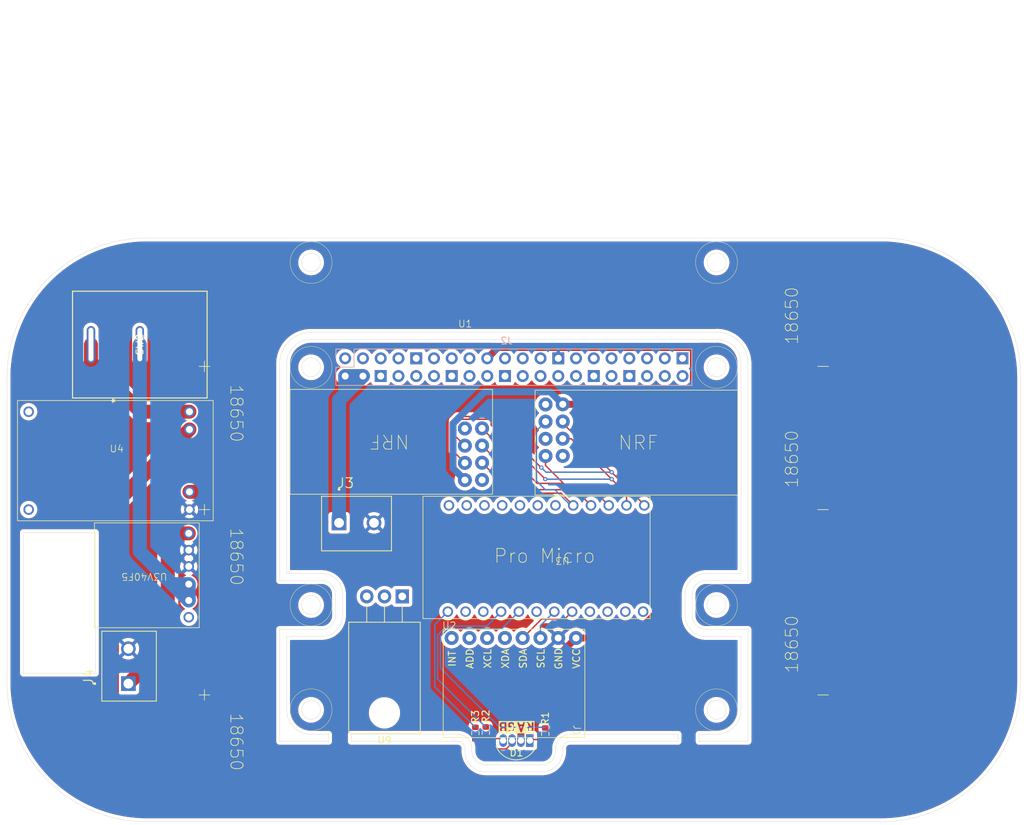
<source format=kicad_pcb>
(kicad_pcb (version 20240108) (generator "pcbnew") (generator_version "8.0")
  (layers (0 "F.Cu" signal) (31 "B.Cu" signal) (34 "B.Paste" user) (35 "F.Paste" user) (36 "B.SilkS" user "B.Silkscreen") (37 "F.SilkS" user "F.Silkscreen") (38 "B.Mask" user) (39 "F.Mask" user) (44 "Edge.Cuts" user))
  (net 0 "")
  (net 1 "Net-(D1-GK)")
  (net 2 "+3.3V")
  (net 3 "/B+")
  (net 4 "GND")
  (net 5 "Net-(D1-RK)")
  (net 6 "/B-")
  (net 7 "Net-(D1-BK)")
  (net 9 "LED_R")
  (net 10 "LED_G")
  (net 11 "LED_B")
  (net 14 "5V regulated")
  (net 17 "MISO")
  (net 26 "MOSI")
  (net 30 "SCK")
  (net 31 "SDA")
  (net 32 "CE")
  (net 33 "SCL")
  (net 34 "CSN")
  (net 42 "GND2")
  (net 79 "Net-(U4-OUT+)")
  (net 80 "Net-(SW2-Pad2)")
  (footprint "Resistor_SMD:R_0603_1608Metric" (layer "F.Cu") (at 143.04 126.96 90)
    (property "Reference" "R1" (at 2.175 0 90) (layer "F.SilkS"))
    (property "Value" "220")
    (fp_line (start -0.237258 -0.5225) (end 0.237258 -0.5225) (stroke (width 0.12)) (layer "F.SilkS"))
    (fp_line (start -0.237258 0.5225) (end 0.237258 0.5225) (stroke (width 0.12)) (layer "F.SilkS"))
    (pad "1" smd roundrect (at -0.825 0 90) (size 0.8 0.95) (layers "F.Cu" "F.Paste" "F.Mask") (net 5 "Net-(D1-RK)"))
    (pad "2" smd roundrect (at 0.825 0 90) (size 0.8 0.95) (layers "F.Cu" "F.Paste" "F.Mask") (net 9 "LED_R"))
  )
  (footprint "Package_TO_SOT_THT:TO-220-3_Horizontal_TabDown" (layer "F.Cu") (at 122.58 107.305 180)
    (property "Reference" "U9" (at 2.54 -20.58 360) (layer "F.SilkS"))
    (property "Value" "LM317_TO-220")
    (fp_line (start 7.66 -19.58) (end 7.66 -3.69) (stroke (width 0.12)) (layer "F.SilkS"))
    (fp_line (start 5.08 -3.69) (end 5.08 -1.15) (stroke (width 0.12)) (layer "F.SilkS"))
    (fp_line (start 2.54 -3.69) (end 2.54 -1.15) (stroke (width 0.12)) (layer "F.SilkS"))
    (fp_line (start 0 -3.69) (end 0 -1.15) (stroke (width 0.12)) (layer "F.SilkS"))
    (fp_line (start -2.58 -3.69) (end 7.66 -3.69) (stroke (width 0.12)) (layer "F.SilkS"))
    (fp_line (start -2.58 -19.58) (end 7.66 -19.58) (stroke (width 0.12)) (layer "F.SilkS"))
    (fp_line (start -2.58 -19.58) (end -2.58 -3.69) (stroke (width 0.12)) (layer "F.SilkS"))
    (pad "" np_thru_hole oval (at 2.54 -16.66 180) (size 3.5 3.5) (drill 3.5) (layers "*.Cu" "*.Mask"))
    (pad "1" thru_hole rect (at 0 0 180) (size 1.905 2) (drill 1.1) (layers "*.Cu" "*.Mask"))
    (pad "2" thru_hole oval (at 2.54 0 180) (size 1.905 2) (drill 1.1) (layers "*.Cu" "*.Mask"))
    (pad "3" thru_hole oval (at 5.08 0 180) (size 1.905 2) (drill 1.1) (layers "*.Cu" "*.Mask"))
  )
  (footprint "Strings_Custom_Symbols:Pro Micro" (layer "F.Cu") (at 117.04 138.485 90)
    (property "Reference" "U2" (at 27 12.26 0) (layer "F.SilkS") (effects (font (thickness 0.1))))
    (property "Value" "~")
    (fp_rect (start 28 8.5) (end 45.5 41) (stroke (width 0.1)) (fill none) (layer "F.SilkS"))
    (fp_text user "Pro Micro" (at 35.8 18.55 0) (layer "F.SilkS") (effects (font (size 2 2) (thickness 0.1)) (justify left bottom)))
    (pad "1" thru_hole circle (at 29 40 90) (size 1.5 1.5) (drill 1) (layers "*.Cu" "*.Mask"))
    (pad "2" thru_hole circle (at 29 37.46 90) (size 1.5 1.5) (drill 1) (layers "*.Cu" "*.Mask"))
    (pad "3" thru_hole circle (at 29 34.92 90) (size 1.5 1.5) (drill 1) (layers "*.Cu" "*.Mask"))
    (pad "4" thru_hole circle (at 29 32.38 90) (size 1.5 1.5) (drill 1) (layers "*.Cu" "*.Mask"))
    (pad "5" thru_hole circle (at 29 29.84 90) (size 1.5 1.5) (drill 1) (layers "*.Cu" "*.Mask") (net 31 "SDA"))
    (pad "6" thru_hole circle (at 29 27.3 90) (size 1.5 1.5) (drill 1) (layers "*.Cu" "*.Mask") (net 33 "SCL"))
    (pad "7" thru_hole circle (at 29 24.76 90) (size 1.5 1.5) (drill 1) (layers "*.Cu" "*.Mask"))
    (pad "8" thru_hole circle (at 29 22.22 90) (size 1.5 1.5) (drill 1) (layers "*.Cu" "*.Mask") (net 9 "LED_R"))
    (pad "9" thru_hole circle (at 29 19.68 90) (size 1.5 1.5) (drill 1) (layers "*.Cu" "*.Mask") (net 10 "LED_G"))
    (pad "10" thru_hole circle (at 29 17.14 90) (size 1.5 1.5) (drill 1) (layers "*.Cu" "*.Mask"))
    (pad "11" thru_hole circle (at 29 14.6 90) (size 1.5 1.5) (drill 1) (layers "*.Cu" "*.Mask"))
    (pad "12" thru_hole circle (at 29 12.06 90) (size 1.5 1.5) (drill 1) (layers "*.Cu" "*.Mask") (net 11 "LED_B"))
    (pad "13" thru_hole circle (at 44.2 12.22 90) (size 1.5 1.5) (drill 1) (layers "*.Cu" "*.Mask"))
    (pad "14" thru_hole circle (at 44.2 14.76 90) (size 1.5 1.5) (drill 1) (layers "*.Cu" "*.Mask"))
    (pad "15" thru_hole circle (at 44.2 17.3 90) (size 1.5 1.5) (drill 1) (layers "*.Cu" "*.Mask"))
    (pad "16" thru_hole circle (at 44.2 19.84 90) (size 1.5 1.5) (drill 1) (layers "*.Cu" "*.Mask") (net 14 "5V regulated"))
    (pad "17" thru_hole circle (at 44.2 22.38 90) (size 1.5 1.5) (drill 1) (layers "*.Cu" "*.Mask"))
    (pad "18" thru_hole circle (at 44.2 24.92 90) (size 1.5 1.5) (drill 1) (layers "*.Cu" "*.Mask"))
    (pad "19" thru_hole circle (at 44.2 27.46 90) (size 1.5 1.5) (drill 1) (layers "*.Cu" "*.Mask"))
    (pad "20" thru_hole circle (at 44.2 30 90) (size 1.5 1.5) (drill 1) (layers "*.Cu" "*.Mask") (net 32 "CE"))
    (pad "21" thru_hole circle (at 44.2 32.54 90) (size 1.5 1.5) (drill 1) (layers "*.Cu" "*.Mask") (net 30 "SCK"))
    (pad "22" thru_hole circle (at 44.2 35.08 90) (size 1.5 1.5) (drill 1) (layers "*.Cu" "*.Mask") (net 17 "MISO"))
    (pad "23" thru_hole circle (at 44.2 37.62 90) (size 1.5 1.5) (drill 1) (layers "*.Cu" "*.Mask") (net 26 "MOSI"))
    (pad "24" thru_hole circle (at 44.2 40.16 90) (size 1.5 1.5) (drill 1) (layers "*.Cu" "*.Mask") (net 34 "CSN"))
  )
  (footprint "Strings_Custom_Symbols:MPU6050" (layer "F.Cu") (at 138.568857 112.003425 -90)
    (property "Reference" "J1" (at 14.5 -9 -90) (layer "F.SilkS") (effects (font (thickness 0.1))))
    (property "Value" "MPU6050")
    (fp_rect (start 0 -10.125) (end 15.5 10.125) (stroke (width 0.1)) (fill none) (layer "F.SilkS"))
    (fp_text user "SDA" (at 4.21 -1.31 90) (layer "F.SilkS"))
    (fp_text user "SCL" (at 4.21 -3.85 90) (layer "F.SilkS"))
    (fp_text user "INT" (at 4.21 8.85 90) (layer "F.SilkS"))
    (fp_text user "ADD" (at 4.21 6.31 90) (layer "F.SilkS"))
    (fp_text user "GND" (at 4.21 -6.39 90) (layer "F.SilkS"))
    (fp_text user "XCL" (at 4.21 3.77 90) (layer "F.SilkS"))
    (fp_text user "XDA" (at 4.21 1.23 90) (layer "F.SilkS"))
    (fp_text user "VCC" (at 4.21 -8.93 90) (layer "F.SilkS"))
    (pad "1" thru_hole circle (at 1.25 -8.86 90) (size 2 2) (drill 1) (layers "*.Cu" "*.Mask") (net 2 "+3.3V"))
    (pad "2" thru_hole circle (at 1.25 -6.32 90) (size 2 2) (drill 1) (layers "*.Cu" "*.Mask") (net 4 "GND"))
    (pad "3" thru_hole circle (at 1.25 -3.78 90) (size 2 2) (drill 1) (layers "*.Cu" "*.Mask") (net 33 "SCL"))
    (pad "4" thru_hole circle (at 1.25 -1.24 90) (size 2 2) (drill 1) (layers "*.Cu" "*.Mask") (net 31 "SDA"))
    (pad "5" thru_hole circle (at 1.25 1.3 90) (size 2 2) (drill 1) (layers "*.Cu" "*.Mask"))
    (pad "6" thru_hole circle (at 1.25 3.84 90) (size 2 2) (drill 1) (layers "*.Cu" "*.Mask"))
    (pad "7" thru_hole circle (at 1.25 6.38 90) (size 2 2) (drill 1) (layers "*.Cu" "*.Mask"))
    (pad "8" thru_hole circle (at 1.25 8.92 90) (size 2 2) (drill 1) (layers "*.Cu" "*.Mask"))
  )
  (footprint "Resistor_SMD:R_0603_1608Metric" (layer "F.Cu") (at 134.54 126.81 90)
    (property "Reference" "R2" (at 2.325 0 90) (layer "F.SilkS"))
    (property "Value" "220")
    (fp_line (start -0.237258 -0.5225) (end 0.237258 -0.5225) (stroke (width 0.12)) (layer "F.SilkS"))
    (fp_line (start -0.237258 0.5225) (end 0.237258 0.5225) (stroke (width 0.12)) (layer "F.SilkS"))
    (pad "1" smd roundrect (at -0.825 0 90) (size 0.8 0.95) (layers "F.Cu" "F.Paste" "F.Mask") (net 1 "Net-(D1-GK)"))
    (pad "2" smd roundrect (at 0.825 0 90) (size 0.8 0.95) (layers "F.Cu" "F.Paste" "F.Mask") (net 10 "LED_G"))
  )
  (footprint "Strings_Custom_Symbols:CUI_TB003-500-P02BE" (layer "F.Cu") (at 113.54 96.785)
    (property "Reference" "J3" (at 0.945 -5.689 0) (layer "F.SilkS") (effects (font (size 1.4 1.4))))
    (property "Value" "Screw_Terminal_01x02")
    (fp_line (start -2.5 -3.8) (end 7.5 -3.8) (stroke (width 0.127)) (layer "F.SilkS"))
    (fp_line (start -2.5 4) (end -2.5 -3.8) (stroke (width 0.127)) (layer "F.SilkS"))
    (fp_line (start 7.5 -3.8) (end 7.5 4) (stroke (width 0.127)) (layer "F.SilkS"))
    (fp_line (start 7.5 4) (end -2.5 4) (stroke (width 0.127)) (layer "F.SilkS"))
    (fp_circle (center 0 -4.8) (end 0.1 -4.8) (stroke (width 0.2)) (fill none) (layer "F.SilkS"))
    (pad "1" thru_hole rect (at 0 0) (size 2.1 2.1) (drill 1.4) (layers "*.Cu" "*.Mask") (net 14 "5V regulated"))
    (pad "2" thru_hole circle (at 5 0) (size 2.1 2.1) (drill 1.4) (layers "*.Cu" "*.Mask") (net 4 "GND"))
  )
  (footprint "Strings_Custom_Symbols:18650SMD" (layer "F.Cu") (at 176.84 136.885 180)
    (property "Reference" "U8" (hide yes))
    (property "Value" "~" (hide yes))
    (fp_text user "+" (at 81.25 16.5 180) (layer "F.SilkS") (effects (font (size 2 2) (thickness 0.1)) (justify left bottom)))
    (fp_text user "18650 " (at 79 13 -90) (layer "F.SilkS") (effects (font (size 1.75 1.75) (thickness 0.1)) (justify left bottom)))
    (fp_text user "18650 " (at -2.5 18.5 90) (layer "F.SilkS") (effects (font (size 1.75 1.75) (thickness 0.1)) (justify left bottom)))
    (fp_text user "-" (at -7.25 16.5 180) (layer "F.SilkS") (effects (font (size 2 2) (thickness 0.1)) (justify left bottom)))
    (pad "1" smd custom (at -2.2 15.6 180) (size 5 5) (layers "*.Mask" "F.Cu" "F.Paste") (net 3 "/B+") (options (clearance outline) (anchor rect)) (primitives))
    (pad "2" smd custom (at 78.8 15.6 180) (size 5 5) (layers "*.Mask" "F.Cu" "F.Paste") (net 6 "/B-") (options (clearance outline) (anchor rect)) (primitives))
  )
  (footprint "Strings_Custom_Symbols:CUI_TB003-500-P02BE" (layer "F.Cu") (at 83.4025 119.785 90)
    (property "Reference" "J4" (at 0.945 -5.689 90) (layer "F.SilkS") (effects (font (size 1.4 1.4))))
    (property "Value" "Screw_Terminal_01x02")
    (fp_line (start 7.5 -3.8) (end 7.5 4) (stroke (width 0.127)) (layer "F.SilkS"))
    (fp_line (start -2.5 -3.8) (end 7.5 -3.8) (stroke (width 0.127)) (layer "F.SilkS"))
    (fp_line (start 7.5 4) (end -2.5 4) (stroke (width 0.127)) (layer "F.SilkS"))
    (fp_line (start -2.5 4) (end -2.5 -3.8) (stroke (width 0.127)) (layer "F.SilkS"))
    (fp_circle (center 0 -4.8) (end 0.1 -4.8) (stroke (width 0.2)) (fill none) (layer "F.SilkS"))
    (pad "1" thru_hole rect (at 0 0 90) (size 2.1 2.1) (drill 1.4) (layers "*.Cu" "*.Mask") (net 14 "5V regulated"))
    (pad "2" thru_hole circle (at 5 0 90) (size 2.1 2.1) (drill 1.4) (layers "*.Cu" "*.Mask") (net 4 "GND"))
  )
  (footprint "Strings_Custom_Symbols:18650SMD" (layer "F.Cu") (at 176.84 89.885 180)
    (property "Reference" "U6" (hide yes))
    (property "Value" "~" (hide yes))
    (fp_text user "18650 " (at 79 13 -90) (layer "F.SilkS") (effects (font (size 1.75 1.75) (thickness 0.1)) (justify left bottom)))
    (fp_text user "18650 " (at -2.5 18.5 90) (layer "F.SilkS") (effects (font (size 1.75 1.75) (thickness 0.1)) (justify left bottom)))
    (fp_text user "+" (at 81.25 16.5 180) (layer "F.SilkS") (effects (font (size 2 2) (thickness 0.1)) (justify left bottom)))
    (fp_text user "-" (at -7.25 16.5 180) (layer "F.SilkS") (effects (font (size 2 2) (thickness 0.1)) (justify left bottom)))
    (pad "1" smd custom (at -2.2 15.6 180) (size 5 5) (layers "*.Mask" "F.Cu" "F.Paste") (net 3 "/B+") (options (clearance outline) (anchor rect)) (primitives))
    (pad "2" smd custom (at 78.8 15.6 180) (size 5 5) (layers "*.Mask" "F.Cu" "F.Paste") (net 6 "/B-") (options (clearance outline) (anchor rect)) (primitives))
  )
  (footprint "Strings_Custom_Symbols:nRF24L01" (layer "F.Cu") (at 131.58 68.805)
    (property "Reference" "U1" (at 0 -0.5 0) (layer "F.SilkS") (effects (font (thickness 0.1))))
    (property "Value" "~" (hide yes))
    (fp_rect (start 10 9) (end 39 24) (stroke (width 0.1)) (fill none) (layer "F.SilkS"))
    (fp_text user "NRF" (at 21.8 17.7 0) (layer "F.SilkS") (effects (font (size 2 2) (thickness 0.1)) (justify left bottom)))
    (pad "1" thru_hole circle (at 11.5 11.04) (size 2 2) (drill 1) (layers "*.Cu" "*.Mask") (net 42 "GND2"))
    (pad "2" thru_hole circle (at 11.5 13.5) (size 2 2) (drill 1) (layers "*.Cu" "*.Mask") (net 32 "CE"))
    (pad "3" thru_hole circle (at 11.5 15.96) (size 2 2) (drill 1) (layers "*.Cu" "*.Mask") (net 30 "SCK"))
    (pad "4" thru_hole circle (at 11.5 18.42) (size 2 2) (drill 1) (layers "*.Cu" "*.Mask") (net 17 "MISO"))
    (pad "5" thru_hole circle (at 13.96 11.02) (size 2 2) (drill 1) (layers "*.Cu" "*.Mask") (net 2 "+3.3V"))
    (pad "6" thru_hole circle (at 13.96 13.48) (size 2 2) (drill 1) (layers "*.Cu" "*.Mask") (net 34 "CSN"))
    (pad "7" thru_hole circle (at 13.96 15.94) (size 2 2) (drill 1) (layers "*.Cu" "*.Mask") (net 26 "MOSI"))
    (pad "8" thru_hole circle (at 13.96 18.4) (size 2 2) (drill 1) (layers "*.Cu" "*.Mask"))
  )
  (footprint "Strings_Custom_Symbols:18650SMD" (layer "F.Cu") (at 176.84 110.385 180)
    (property "Reference" "U7" (hide yes))
    (property "Value" "~" (hide yes))
    (fp_text user "18650 " (at -2.5 18.5 90) (layer "F.SilkS") (effects (font (size 1.75 1.75) (thickness 0.1)) (justify left bottom)))
    (fp_text user "-" (at -7.25 16.5 180) (layer "F.SilkS") (effects (font (size 2 2) (thickness 0.1)) (justify left bottom)))
    (fp_text user "+" (at 81.25 16.5 180) (layer "F.SilkS") (effects (font (size 2 2) (thickness 0.1)) (justify left bottom)))
    (fp_text user "18650 " (at 79 13 -90) (layer "F.SilkS") (effects (font (size 1.75 1.75) (thickness 0.1)) (justify left bottom)))
    (pad "1" smd custom (at -2.2 15.6 180) (size 5 5) (layers "*.Mask" "F.Cu" "F.Paste") (net 3 "/B+") (options (clearance outline) (anchor rect)) (primitives))
    (pad "2" smd custom (at 78.8 15.6 180) (size 5 5) (layers "*.Mask" "F.Cu" "F.Paste") (net 6 "/B-") (options (clearance outline) (anchor rect)) (primitives))
  )
  (footprint "Strings_Custom_Symbols:SW_SRB22A2BBBNN_ZFE" (layer "F.Cu") (at 78.055 71.285 90)
    (property "Reference" "SW2" (at 0 6.985 90) (layer "F.SilkS"))
    (property "Value" "SRB22A2BBBNN")
    (fp_line (start 7.6327 -2.6416) (end -7.6327 -2.6416) (stroke (width 0.1524)) (layer "F.SilkS"))
    (fp_line (start -7.6327 -2.6416) (end -7.6327 16.6116) (stroke (width 0.1524)) (layer "F.SilkS"))
    (fp_line (start 7.6327 16.6116) (end 7.6327 -2.6416) (stroke (width 0.1524)) (layer "F.SilkS"))
    (fp_line (start -7.6327 16.6116) (end 7.6327 16.6116) (stroke (width 0.1524)) (layer "F.SilkS"))
    (fp_text user "*" (at -8.0137 3.4925 -90) (layer "F.SilkS"))
    (fp_text user "*" (at -8.0137 3.4925 90) (layer "F.SilkS"))
    (pad "1" thru_hole oval (at 0 0 90) (size 5.3 1.2) (drill oval 4.8 0.7) (layers "*.Cu" "*.Mask") (net 79 "Net-(U4-OUT+)"))
    (pad "2" thru_hole oval (at 0 6.985 90) (size 5.3 1.2) (drill oval 4.8 0.7) (layers "*.Cu" "*.Mask") (net 80 "Net-(SW2-Pad2)"))
  )
  (footprint "LED_THT:LED_D5.0mm-4_RGB" (layer "F.Cu") (at 138.92807 127.675458 180)
    (property "Reference" "D1" (at 0.005 -2 360) (layer "F.SilkS"))
    (property "Value" "LED_RABG")
    (fp_arc (start -2.846062 -0.924771) (mid 0 -3) (end 2.923488 -1.035346) (stroke (width 0.12)) (layer "F.SilkS"))
    (fp_text user "R" (at -2.770742 2.457511 180) (layer "F.SilkS" knockout) (effects (font (size 1.25 1.25) (thickness 0.25) (bold yes)) (justify left bottom)))
    (fp_text user "A" (at -1.360182 2.457511 180) (layer "F.SilkS" knockout) (effects (font (size 1.25 1.25) (thickness 0.25) (bold yes)) (justify left bottom)))
    (fp_text user "B" (at 1.1172 2.449929 180) (layer "F.SilkS" knockout) (effects (font (size 1.25 1.25) (thickness 0.25) (bold yes)) (justify left bottom)))
    (fp_text user "G" (at -0.122344 2.450314 180) (layer "F.SilkS" knockout) (effects (font (size 1.25 1.25) (thickness 0.25) (bold yes)) (justify left bottom)))
    (pad "1" thru_hole rect (at -1.9 -0.25 180) (size 1.07 1.8) (drill 0.9) (layers "*.Cu" "*.Mask") (net 5 "Net-(D1-RK)"))
    (pad "2" thru_hole oval (at -0.63 -0.25 180) (size 1.07 1.8) (drill 0.9) (layers "*.Cu" "*.Mask") (net 2 "+3.3V"))
    (pad "3" thru_hole oval (at 0.64 -0.25 180) (size 1.07 1.8) (drill 0.9) (layers "*.Cu" "*.Mask") (net 7 "Net-(D1-BK)"))
    (pad "4" thru_hole oval (at 1.91 -0.25 180) (size 1.07 1.8) (drill 0.9) (layers "*.Cu" "*.Mask") (net 1 "Net-(D1-GK)"))
  )
  (footprint "Strings_Custom_Symbols:nRF24L01" (layer "F.Cu") (at 145.5 101.685 180)
    (property "Reference" "U3" (at 0 -0.5 180) (layer "F.SilkS") (effects (font (thickness 0.1))))
    (property "Value" "~")
    (fp_rect (start 10 9) (end 39 24) (stroke (width 0.1)) (fill none) (layer "F.SilkS"))
    (fp_text user "NRF" (at 21.8 17.7 180) (layer "F.SilkS") (effects (font (size 2 2) (thickness 0.1)) (justify left bottom)))
    (pad "1" thru_hole circle (at 11.5 11.04 180) (size 2 2) (drill 1) (layers "*.Cu" "*.Mask") (net 42 "GND2"))
    (pad "2" thru_hole circle (at 11.5 13.5 180) (size 2 2) (drill 1) (layers "*.Cu" "*.Mask") (net 32 "CE"))
    (pad "3" thru_hole circle (at 11.5 15.96 180) (size 2 2) (drill 1) (layers "*.Cu" "*.Mask") (net 30 "SCK"))
    (pad "4" thru_hole circle (at 11.5 18.42 180) (size 2 2) (drill 1) (layers "*.Cu" "*.Mask") (net 17 "MISO"))
    (pad "5" thru_hole circle (at 13.96 11.02 180) (size 2 2) (drill 1) (layers "*.Cu" "*.Mask") (net 2 "+3.3V"))
    (pad "6" thru_hole circle (at 13.96 13.48 180) (size 2 2) (drill 1) (layers "*.Cu" "*.Mask") (net 34 "CSN"))
    (pad "7" thru_hole circle (at 13.96 15.94 180) (size 2 2) (drill 1) (layers "*.Cu" "*.Mask") (net 26 "MOSI"))
    (pad "8" thru_hole circle (at 13.96 18.4 180) (size 2 2) (drill 1) (layers "*.Cu" "*.Mask"))
  )
  (footprint "Library:TP4056" (layer "F.Cu") (at 87.54 72.285)
    (property "Reference" "U4" (at -5.8 13.9 0) (layer "F.SilkS") (effects (font (thickness 0.1))))
    (property "Value" "~")
    (fp_rect (start -20 7) (end 8 24.2) (stroke (width 0.1)) (fill none) (layer "F.SilkS"))
    (pad "1" thru_hole circle (at -18.4 8.6) (size 1.5 1.5) (drill 1) (layers "*.Cu" "*.Mask"))
    (pad "2" thru_hole circle (at -18.4 22.6) (size 1.5 1.5) (drill 1) (layers "*.Cu" "*.Mask"))
    (pad "3" thru_hole circle (at 4.6 8.6) (size 1.5 1.5) (drill 1) (layers "*.Cu" "*.Mask") (net 79 "Net-(U4-OUT+)"))
    (pad "4" thru_hole circle (at 4.6 11.14) (size 1.5 1.5) (drill 1) (layers "*.Cu" "*.Mask") (net 3 "/B+"))
    (pad "5" thru_hole circle (at 4.6 20.06) (size 1.5 1.5) (drill 1) (layers "*.Cu" "*.Mask") (net 6 "/B-"))
    (pad "6" thru_hole circle (at 4.6 22.6) (size 1.5 1.5) (drill 1) (layers "*.Cu" "*.Mask") (net 4 "GND"))
  )
  (footprint "Strings_Custom_Symbols:StringsVRPCB" (layer "F.Cu") (at 138.54 99.535)
    (property "Reference" "REF**" (hide yes))
    (property "Value" "StringsVRPCB")
    (fp_circle (center -29 -40) (end -26 -40) (stroke (width 0.05)) (fill none) (layer "F.SilkS"))
    (fp_circle (center -29 -25) (end -26 -25) (stroke (width 0.05)) (fill none) (layer "F.SilkS"))
    (fp_circle (center -29 9.000001) (end -26 9.000001) (stroke (width 0.05)) (fill none) (layer "F.SilkS"))
    (fp_circle (center -29 24) (end -26 24) (stroke (width 0.05)) (fill none) (layer "F.SilkS"))
    (fp_circle (center 29 -40) (end 32 -40) (stroke (width 0.05)) (fill none) (layer "F.SilkS"))
    (fp_circle (center 29 -25) (end 32 -25) (stroke (width 0.05)) (fill none) (layer "F.SilkS"))
    (fp_circle (center 29 9) (end 32 9) (stroke (width 0.05)) (fill none) (layer "F.SilkS"))
    (fp_circle (center 29 24) (end 32 24) (stroke (width 0.05)) (fill none) (layer "F.SilkS"))
    (fp_line (start -72.5 -23.5) (end -72.5 20) (stroke (width 0.05)) (layer "Edge.Cuts"))
    (fp_line (start -52.5 40) (end 52.5 40) (stroke (width 0.05)) (layer "Edge.Cuts"))
    (fp_line (start -33.5 5.500001) (end -33.5 -25.5) (stroke (width 0.05)) (layer "Edge.Cuts"))
    (fp_line (start -33.5 12.500001) (end -27.5 12.500001) (stroke (width 0.05)) (layer "Edge.Cuts"))
    (fp_line (start -33.5 28.5) (end -33.5 12.500001) (stroke (width 0.05)) (layer "Edge.Cuts"))
    (fp_line (start -33.49653 28.5) (end -26.503469 28.5) (stroke (width 0.05)) (layer "Edge.Cuts"))
    (fp_line (start -32.5 -25.499999) (end -32.5 4.500001) (stroke (width 0.05)) (layer "Edge.Cuts"))
    (fp_line (start -32.5 13.500001) (end -27.5 13.500001) (stroke (width 0.05)) (layer "Edge.Cuts"))
    (fp_line (start -32.5 24) (end -32.5 13.500001) (stroke (width 0.05)) (layer "Edge.Cuts"))
    (fp_line (start -28.999999 27.499999) (end -26.5 27.5) (stroke (width 0.05)) (layer "Edge.Cuts"))
    (fp_line (start -27.5 4.500001) (end -32.5 4.500001) (stroke (width 0.05)) (layer "Edge.Cuts"))
    (fp_line (start -27.5 5.500001) (end -33.5 5.500001) (stroke (width 0.05)) (layer "Edge.Cuts"))
    (fp_line (start -26.5 28.5) (end -26.5 27.5) (stroke (width 0.05)) (layer "Edge.Cuts"))
    (fp_line (start -25.5 10.500001) (end -25.5 7.500001) (stroke (width 0.05)) (layer "Edge.Cuts"))
    (fp_line (start -24.5 10.500001) (end -24.5 7.500001) (stroke (width 0.05)) (layer "Edge.Cuts"))
    (fp_line (start -23.25 27.5) (end -23.25 28.5) (stroke (width 0.05)) (layer "Edge.Cuts"))
    (fp_line (start -23.25 28.5) (end -7.75 28.5) (stroke (width 0.05)) (layer "Edge.Cuts"))
    (fp_line (start -7.749956 27.5) (end -23.25 27.5) (stroke (width 0.05)) (layer "Edge.Cuts"))
    (fp_line (start -6.989602 29.5) (end -6.989602 29.875054) (stroke (width 0.05)) (layer "Edge.Cuts"))
    (fp_line (start -6 29.5) (end -6 29.875) (stroke (width 0.05)) (layer "Edge.Cuts"))
    (fp_line (start -4 31.875) (end 4 31.875) (stroke (width 0.05)) (layer "Edge.Cuts"))
    (fp_line (start -4 32.875) (end 4 32.875) (stroke (width 0.05)) (layer "Edge.Cuts"))
    (fp_line (start 6 29.875) (end 6 29.375) (stroke (width 0.05)) (layer "Edge.Cuts"))
    (fp_line (start 7.010398 29.875) (end 7.00698 29.381932) (stroke (width 0.05)) (layer "Edge.Cuts"))
    (fp_line (start 7.999956 28.5) (end 23.5 28.5) (stroke (width 0.05)) (layer "Edge.Cuts"))
    (fp_line (start 8 -30) (end -29 -30) (stroke (width 0.05)) (layer "Edge.Cuts"))
    (fp_line (start 8 -29) (end -29 -29) (stroke (width 0.05)) (layer "Edge.Cuts"))
    (fp_line (start 23.5 27.5) (end 8 27.5) (stroke (width 0.05)) (layer "Edge.Cuts"))
    (fp_line (start 23.5 28.5) (end 23.5 27.5) (stroke (width 0.05)) (layer "Edge.Cuts"))
    (fp_line (start 24.5 7.5) (end 24.5 10.5) (stroke (width 0.05)) (layer "Edge.Cuts"))
    (fp_line (start 25.5 7.5) (end 25.5 10.5) (stroke (width 0.05)) (layer "Edge.Cuts"))
    (fp_line (start 26.5 27.5) (end 26.5 28.5) (stroke (width 0.05)) (layer "Edge.Cuts"))
    (fp_line (start 26.5 27.5) (end 29 27.5) (stroke (width 0.05)) (layer "Edge.Cuts"))
    (fp_line (start 26.5 28.499993) (end 33.5 28.5) (stroke (width 0.05)) (layer "Edge.Cuts"))
    (fp_line (start 27.5 12.5) (end 33.5 12.5) (stroke (width 0.05)) (layer "Edge.Cuts"))
    (fp_line (start 27.5 13.5) (end 32.5 13.5) (stroke (width 0.05)) (layer "Edge.Cuts"))
    (fp_line (start 29 -30) (end 8 -30) (stroke (width 0.05)) (layer "Edge.Cuts"))
    (fp_line (start 29 -29) (end 8 -29) (stroke (width 0.05)) (layer "Edge.Cuts"))
    (fp_line (start 32.5 4.5) (end 27.5 4.5) (stroke (width 0.05)) (layer "Edge.Cuts"))
    (fp_line (start 32.5 4.5) (end 32.5 -25.525126) (stroke (width 0.05)) (layer "Edge.Cuts"))
    (fp_line (start 32.5 13.5) (end 32.5 23.999999) (stroke (width 0.05)) (layer "Edge.Cuts"))
    (fp_line (start 33.499998 -25.582106) (end 33.5 5.5) (stroke (width 0.05)) (layer "Edge.Cuts"))
    (fp_line (start 33.5 5.5) (end 27.5 5.5) (stroke (width 0.05)) (layer "Edge.Cuts"))
    (fp_line (start 33.5 12.5) (end 33.5 28.5) (stroke (width 0.05)) (layer "Edge.Cuts"))
    (fp_line (start 52.5 -43.5) (end -52.5 -43.5) (stroke (width 0.05)) (layer "Edge.Cuts"))
    (fp_line (start 72.5 20) (end 72.5 -23.5) (stroke (width 0.05)) (layer "Edge.Cuts"))
    (fp_arc (start -72.5 -23.5) (mid -66.642136 -37.642136) (end -52.5 -43.5) (stroke (width 0.05)) (layer "Edge.Cuts"))
    (fp_arc (start -52.5 40) (mid -66.642136 34.142136) (end -72.5 20) (stroke (width 0.05)) (layer "Edge.Cuts"))
    (fp_arc (start -33.5 -25.5) (mid -32.181981 -28.681981) (end -29 -30) (stroke (width 0.05)) (layer "Edge.Cuts"))
    (fp_arc (start -32.5 -25.499999) (mid -31.474874 -27.974873) (end -29 -29) (stroke (width 0.05)) (layer "Edge.Cuts"))
    (fp_arc (start -28.999999 27.499999) (mid -31.474873 26.474873) (end -32.499999 24) (stroke (width 0.05)) (layer "Edge.Cuts"))
    (fp_arc (start -27.5 4.500001) (mid -25.37868 5.378681) (end -24.5 7.500001) (stroke (width 0.05)) (layer "Edge.Cuts"))
    (fp_arc (start -27.5 5.500001) (mid -26.085786 6.085787) (end -25.5 7.500001) (stroke (width 0.05)) (layer "Edge.Cuts"))
    (fp_arc (start -25.5 10.500001) (mid -26.085786 11.914215) (end -27.5 12.500001) (stroke (width 0.05)) (layer "Edge.Cuts"))
    (fp_arc (start -24.5 10.500001) (mid -25.37868 12.621321) (end -27.5 13.500001) (stroke (width 0.05)) (layer "Edge.Cuts"))
    (fp_arc (start -8 27.5) (mid -6.585786 28.085786) (end -6 29.5) (stroke (width 0.05)) (layer "Edge.Cuts"))
    (fp_arc (start -8 28.5) (mid -7.292893 28.792893) (end -7 29.5) (stroke (width 0.05)) (layer "Edge.Cuts"))
    (fp_arc (start -4 31.875) (mid -5.414214 31.289214) (end -6 29.875) (stroke (width 0.05)) (layer "Edge.Cuts"))
    (fp_arc (start -4 32.864602) (mid -6.113949 31.988987) (end -6.989602 29.875054) (stroke (width 0.05)) (layer "Edge.Cuts"))
    (fp_arc (start 6 29.5) (mid 6.585786 28.085786) (end 8 27.5) (stroke (width 0.05)) (layer "Edge.Cuts"))
    (fp_arc (start 6 29.875) (mid 5.414214 31.289214) (end 4 31.875) (stroke (width 0.05)) (layer "Edge.Cuts"))
    (fp_arc (start 6.99998 29.506932) (mid 7.290394 28.795339) (end 7.999956 28.5) (stroke (width 0.05)) (layer "Edge.Cuts"))
    (fp_arc (start 7 29.875) (mid 6.12132 31.99632) (end 4 32.875) (stroke (width 0.05)) (layer "Edge.Cuts"))
    (fp_arc (start 24.5 7.5) (mid 25.37868 5.37868) (end 27.5 4.5) (stroke (width 0.05)) (layer "Edge.Cuts"))
    (fp_arc (start 25.5 7.5) (mid 26.085786 6.085786) (end 27.5 5.5) (stroke (width 0.05)) (layer "Edge.Cuts"))
    (fp_arc (start 27.5 12.5) (mid 26.085786 11.914214) (end 25.5 10.5) (stroke (width 0.05)) (layer "Edge.Cuts"))
    (fp_arc (start 27.5 13.5) (mid 25.37868 12.62132) (end 24.5 10.5) (stroke (width 0.05)) (layer "Edge.Cuts"))
    (fp_arc (start 29 -30.025485) (mid 32.162025 -28.727442) (end 33.499998 -25.582106) (stroke (width 0.05)) (layer "Edge.Cuts"))
    (fp_arc (start 29 -29.025126) (mid 31.474874 -28) (end 32.5 -25.525126) (stroke (width 0.05)) (layer "Edge.Cuts"))
    (fp_arc (start 32.5 23.999999) (mid 31.474874 26.474873) (end 29 27.5) (stroke (width 0.05)) (layer "Edge.Cuts"))
    (fp_arc (start 52.5 -43.5) (mid 66.642136 -37.642136) (end 72.5 -23.5) (stroke (width 0.05)) (layer "Edge.Cuts"))
    (fp_arc (start 72.5 20) (mid 66.642136 34.142136) (end 52.5 40) (stroke (width 0.05)) (layer "Edge.Cuts"))
    (fp_circle (center -29 -40) (end -27.65 -40) (stroke (width 0.05)) (fill none) (layer "Edge.Cuts"))
    (fp_circle (center -29 -25) (end -27.65 -25) (stroke (width 0.05)) (fill none) (layer "Edge.Cuts"))
    (fp_circle (center -29 9.000001) (end -27.65 9.000001) (stroke (width 0.05)) (fill none) (layer "Edge.Cuts"))
    (fp_circle (center -29 24) (end -27.65 24) (stroke (width 0.05)) (fill none) (layer "Edge.Cuts"))
    (fp_circle (center 29 -40) (end 30.35 -40) (stroke (width 0.05)) (fill none) (layer "Edge.Cuts"))
    (fp_circle (center 29 -25) (end 30.35 -25) (stroke (width 0.05)) (fill none) (layer "Edge.Cuts"))
    (fp_circle (center 29 9) (end 30.35 9) (stroke (width 0.05)) (fill none) (layer "Edge.Cuts"))
    (fp_circle (center 29 24) (end 30.35 24) (stroke (width 0.05)) (fill none) (layer "Edge.Cuts"))
  )
  (footprint "Resistor_SMD:R_0603_1608Metric" (layer "F.Cu") (at 133.04 126.86 90)
    (property "Reference" "R3" (at 2.325 0 90) (layer "F.SilkS"))
    (property "Value" "220")
    (fp_line (start -0.237258 -0.5225) (end 0.237258 -0.5225) (stroke (width 0.12)) (layer "F.SilkS"))
    (fp_line (start -0.237258 0.5225) (end 0.237258 0.5225) (stroke (width 0.12)) (layer "F.SilkS"))
    (pad "1" smd roundrect (at -0.825 0 90) (size 0.8 0.95) (layers "F.Cu" "F.Paste" "F.Mask") (net 7 "Net-(D1-BK)"))
    (pad "2" smd roundrect (at 0.825 0 90) (size 0.8 0.95) (layers "F.Cu" "F.Paste" "F.Mask") (net 11 "LED_B"))
  )
  (footprint "Library1:U3V40F5" (layer "F.Cu") (at 86.04 104.285 180)
    (property "Reference" "U5" (hide yes))
    (property "Value" "~" (hide yes))
    (fp_rect (start -7.5 -7.5) (end 7.5 7.5) (stroke (width 0.1)) (fill none) (layer "F.SilkS"))
    (fp_text user "U3V40F5" (at -3 0.4 180) (layer "F.SilkS") (effects (font (thickness 0.1)) (justify left bottom)))
    (pad "1" thru_hole circle (at -6 -6 180) (size 1.5 1.5) (drill 1) (layers "*.Cu" "*.Mask"))
    (pad "2" thru_hole circle (at -6 -3.6 180) (size 1.5 1.5) (drill 1) (layers "*.Cu" "*.Mask") (net 80 "Net-(SW2-Pad2)"))
    (pad "3" thru_hole circle (at -6 -1.27 180) (size 1.5 1.5) (drill 1) (layers "*.Cu" "*.Mask") (net 80 "Net-(SW2-Pad2)"))
    (pad "4" thru_hole circle (at -6 1.27 180) (size 1.5 1.5) (drill 1) (layers "*.Cu" "*.Mask") (net 4 "GND"))
    (pad "5" thru_hole circle (at -6 3.6 180) (size 1.5 1.5) (drill 1) (layers "*.Cu" "*.Mask") (net 4 "GND"))
    (pad "6" thru_hole circle (at -6 6 180) (size 1.5 1.5) (drill 1) (layers "*.Cu" "*.Mask") (net 14 "5V regulated"))
  )
  (footprint "Strings_Custom_Symbols:Pin_Header_Straight_2x20_Pitch2.54mm" (layer "B.Cu") (at 106.05 78.015 -90)
    (property "Reference" "J2" (at -7.27 -31.45 0) (layer "B.SilkS") (effects (justify mirror)))
    (property "Value" "Conn_02x20_Odd_Even" (hide yes))
    (fp_line (start -6.1 -7.04) (end -6.1 -8.37) (stroke (width 0.12)) (layer "B.SilkS"))
    (fp_line (start -4.77 -7.04) (end -6.1 -7.04) (stroke (width 0.12)) (layer "B.SilkS"))
    (fp_line (start -3.5 -7.04) (end -3.5 -9.64) (stroke (width 0.12)) (layer "B.SilkS"))
    (fp_line (start -0.9 -7.04) (end -3.5 -7.04) (stroke (width 0.12)) (layer "B.SilkS"))
    (fp_line (start -3.5 -9.64) (end -6.1 -9.64) (stroke (width 0.12)) (layer "B.SilkS"))
    (fp_line (start -6.1 -57.96) (end -6.1 -9.64) (stroke (width 0.12)) (layer "B.SilkS"))
    (fp_line (start -0.9 -57.96) (end -0.9 -7.04) (stroke (width 0.12)) (layer "B.SilkS"))
    (fp_line (start -0.9 -57.96) (end -6.1 -57.96) (stroke (width 0.12)) (layer "B.SilkS"))
    (pad "1" thru_hole circle (at -4.77 -8.37 270) (size 1.7 1.7) (drill 1) (layers "*.Cu" "*.Mask"))
    (pad "2" thru_hole oval (at -2.23 -8.37 270) (size 1.7 1.7) (drill 1) (layers "*.Cu" "*.Mask") (net 14 "5V regulated"))
    (pad "3" thru_hole oval (at -4.77 -10.91 270) (size 1.7 1.7) (drill 1) (layers "*.Cu" "*.Mask"))
    (pad "4" thru_hole oval (at -2.23 -10.91 270) (size 1.7 1.7) (drill 1) (layers "*.Cu" "*.Mask") (net 14 "5V regulated"))
    (pad "5" thru_hole oval (at -4.77 -13.45 270) (size 1.7 1.7) (drill 1) (layers "*.Cu" "*.Mask"))
    (pad "6" thru_hole rect (at -2.23 -13.45 270) (size 1.7 1.7) (drill 1) (layers "*.Cu" "*.Mask"))
    (pad "7" thru_hole oval (at -4.77 -15.99 270) (size 1.7 1.7) (drill 1) (layers "*.Cu" "*.Mask"))
    (pad "8" thru_hole oval (at -2.23 -15.99 270) (size 1.7 1.7) (drill 1) (layers "*.Cu" "*.Mask"))
    (pad "9" thru_hole rect (at -4.77 -18.53 270) (size 1.7 1.7) (drill 1) (layers "*.Cu" "*.Mask"))
    (pad "10" thru_hole oval (at -2.23 -18.53 270) (size 1.7 1.7) (drill 1) (layers "*.Cu" "*.Mask"))
    (pad "11" thru_hole oval (at -4.77 -21.07 270) (size 1.7 1.7) (drill 1) (layers "*.Cu" "*.Mask"))
    (pad "12" thru_hole oval (at -2.23 -21.07 270) (size 1.7 1.7) (drill 1) (layers "*.Cu" "*.Mask"))
    (pad "13" thru_hole oval (at -4.77 -23.61 270) (size 1.7 1.7) (drill 1) (layers "*.Cu" "*.Mask"))
    (pad "14" thru_hole rect (at -2.23 -23.61 270) (size 1.7 1.7) (drill 1) (layers "*.Cu" "*.Mask"))
    (pad "15" thru_hole oval (at -4.77 -26.15 270) (size 1.7 1.7) (drill 1) (layers "*.Cu" "*.Mask"))
    (pad "16" thru_hole oval (at -2.23 -26.15 270) (size 1.7 1.7) (drill 1) (layers "*.Cu" "*.Mask"))
    (pad "17" thru_hole oval (at -4.77 -28.69 270) (size 1.7 1.7) (drill 1) (layers "*.Cu" "*.Mask") (net 2 "+3.3V"))
    (pad "18" thru_hole oval (at -2.23 -28.69 270) (size 1.7 1.7) (drill 1) (layers "*.Cu" "*.Mask"))
    (pad "19" thru_hole oval (at -4.77 -31.23 270) (size 1.7 1.7) (drill 1) (layers "*.Cu" "*.Mask"))
    (pad "20" thru_hole rect (at -2.23 -31.23 270) (size 1.7 1.7) (drill 1) (layers "*.Cu" "*.Mask"))
    (pad "21" thru_hole oval (at -4.77 -33.77 270) (size 1.7 1.7) (drill 1) (layers "*.Cu" "*.Mask"))
    (pad "22" thru_hole oval (at -2.23 -33.77 270) (size 1.7 1.7) (drill 1) (layers "*.Cu" "*.Mask"))
    (pad "23" thru_hole oval (at -4.77 -36.31 270) (size 1.7 1.7) (drill 1) (layers "*.Cu" "*.Mask"))
    (pad "24" thru_hole oval (at -2.23 -36.31 270) (size 1.7 1.7) (drill 1) (layers "*.Cu" "*.Mask"))
    (pad "25" thru_hole rect (at -4.77 -38.85 270) (size 1.7 1.7) (drill 1) (layers "*.Cu" "*.Mask") (net 4 "GND"))
    (pad "26" thru_hole oval (at -2.23 -38.85 270) (size 1.7 1.7) (drill 1) (layers "*.Cu" "*.Mask"))
    (pad "27" thru_hole oval (at -4.77 -41.39 270) (size 1.7 1.7) (drill 1) (layers "*.Cu" "*.Mask"))
    (pad "28" thru_hole oval (at -2.23 -41.39 270) (size 1.7 1.7) (drill 1) (layers "*.Cu" "*.Mask"))
    (pad "29" thru_hole oval (at -4.77 -43.93 270) (size 1.7 1.7) (drill 1) (layers "*.Cu" "*.Mask"))
    (pad "30" thru_hole rect (at -2.23 -43.93 270) (size 1.7 1.7) (drill 1) (layers "*.Cu" "*.Mask") (net 42 "GND2"))
    (pad "31" thru_hole oval (at -4.77 -46.47 270) (size 1.7 1.7) (drill 1) (layers "*.Cu" "*.Mask"))
    (pad "32" thru_hole oval (at -2.23 -46.47 270) (size 1.7 1.7) (drill 1) (layers "*.Cu" "*.Mask"))
    (pad "33" thru_hole oval (at -4.77 -49.01 270) (size 1.7 1.7) (drill 1) (layers "*.Cu" "*.Mask"))
    (pad "34" thru_hole rect (at -2.23 -49.01 270) (size 1.7 1.7) (drill 1) (layers "*.Cu" "*.Mask"))
    (pad "35" thru_hole oval (at -4.77 -51.55 270) (size 1.7 1.7) (drill 1) (layers "*.Cu" "*.Mask"))
    (pad "36" thru_hole oval (at -2.23 -51.55 270) (size 1.7 1.7) (drill 1) (layers "*.Cu" "*.Mask"))
    (pad "37" thru_hole oval (at -4.77 -54.09 270) (size 1.7 1.7) (drill 1) (layers "*.Cu" "*.Mask"))
    (pad "38" thru_hole oval (at -2.23 -54.09 270) (size 1.7 1.7) (drill 1) (layers "*.Cu" "*.Mask"))
    (pad "39" thru_hole rect (at -4.77 -56.63 270) (size 1.7 1.7) (drill 1) (layers "*.Cu" "*.Mask"))
    (pad "40" thru_hole oval (at -2.23 -56.63 270) (size 1.7 1.7) (drill 1) (layers "*.Cu" "*.Mask"))
  )
  (gr_rect (start 68.39 98.185) (end 78.69 118.285) (stroke (width 0.05)) (fill none) (layer "Edge.Cuts"))
  (segment (start 136.727612 127.635) (end 137.01807 127.925458) (width 0.2) (layer "F.Cu") (net 1))
  (segment (start 134.54 127.635) (end 136.727612 127.635) (width 0.2) (layer "F.Cu") (net 1))
  (segment (start 161.25 79.825) (end 145.54 79.825) (width 1) (layer "F.Cu") (net 2))
  (segment (start 139.55807 121.124212) (end 139.55807 127.925458) (width 1) (layer "F.Cu") (net 2))
  (segment (start 147.428857 113.253425) (end 155.322185 113.253425) (width 1) (layer "F.Cu") (net 2))
  (segment (start 134.74 73.245) (end 136.29 71.695) (width 1) (layer "F.Cu") (net 2))
  (segment (start 136.29 71.695) (end 164.23 71.695) (width 1) (layer "F.Cu") (net 2))
  (segment (start 147.428857 113.253425) (end 139.55807 121.124212) (width 1) (layer "F.Cu") (net 2))
  (segment (start 155.322185 113.253425) (end 161.25 107.32561) (width 1) (layer "F.Cu") (net 2))
  (segment (start 164.23 76.845) (end 161.25 79.825) (width 1) (layer "F.Cu") (net 2))
  (segment (start 164.23 71.695) (end 164.23 76.845) (width 1) (layer "F.Cu") (net 2))
  (segment (start 161.25 107.32561) (end 161.25 79.825) (width 1) (layer "F.Cu") (net 2))
  (segment (start 129.84 88.965) (end 131.54 90.665) (width 1) (layer "B.Cu") (net 2))
  (segment (start 134.385836 78.035) (end 129.84 82.580836) (width 1) (layer "B.Cu") (net 2))
  (segment (start 143.75 78.035) (end 134.385836 78.035) (width 1) (layer "B.Cu") (net 2))
  (segment (start 145.54 79.825) (end 143.75 78.035) (width 1) (layer "B.Cu") (net 2))
  (segment (start 129.84 82.580836) (end 129.84 88.965) (width 1) (layer "B.Cu") (net 2))
  (segment (start 179.04 74.285) (end 179.04 133.385) (width 2) (layer "F.Cu") (net 3))
  (segment (start 176.14 136.285) (end 92.54 136.285) (width 2) (layer "F.Cu") (net 3))
  (segment (start 81.04 94.525) (end 92.14 83.425) (width 2) (layer "F.Cu") (net 3))
  (segment (start 81.04 124.785) (end 81.04 94.525) (width 2) (layer "F.Cu") (net 3))
  (segment (start 92.54 136.285) (end 81.04 124.785) (width 2) (layer "F.Cu") (net 3))
  (segment (start 179.04 133.385) (end 176.14 136.285) (width 2) (layer "F.Cu") (net 3))
  (segment (start 143.04 127.785) (end 140.968528 127.785) (width 0.2) (layer "F.Cu") (net 5))
  (segment (start 140.968528 127.785) (end 140.82807 127.925458) (width 0.2) (layer "F.Cu") (net 5))
  (segment (start 98.04 94.785) (end 95.6 92.345) (width 2) (layer "F.Cu") (net 6))
  (segment (start 98.04 74.285) (end 98.04 94.785) (width 2) (layer "F.Cu") (net 6))
  (segment (start 98.04 121.285) (end 98.04 94.785) (width 2) (layer "F.Cu") (net 6))
  (segment (start 95.6 92.345) (end 92.14 92.345) (width 2) (layer "F.Cu") (net 6))
  (segment (start 138.28807 128.28693) (end 138.28807 127.925458) (width 0.2) (layer "F.Cu") (net 7))
  (segment (start 134.480458 129.125458) (end 137.449542 129.125458) (width 0.2) (layer "F.Cu") (net 7))
  (segment (start 137.449542 129.125458) (end 138.28807 128.28693) (width 0.2) (layer "F.Cu") (net 7))
  (segment (start 133.04 127.685) (end 134.480458 129.125458) (width 0.2) (layer "F.Cu") (net 7))
  (segment (start 136.54 126.035) (end 143.04 126.035) (width 0.2) (layer "B.Cu") (net 9))
  (segment (start 129.110379 111.953425) (end 128.04 113.023804) (width 0.2) (layer "B.Cu") (net 9))
  (segment (start 128.04 117.535) (end 136.54 126.035) (width 0.2) (layer "B.Cu") (net 9))
  (segment (start 139.26 109.485) (end 136.791575 111.953425) (width 0.2) (layer "B.Cu") (net 9))
  (segment (start 136.791575 111.953425) (end 129.110379 111.953425) (width 0.2) (layer "B.Cu") (net 9))
  (segment (start 128.04 113.023804) (end 128.04 117.535) (width 0.2) (layer "B.Cu") (net 9))
  (segment (start 127.64 119.135) (end 134.54 126.035) (width 0.2) (layer "B.Cu") (net 10))
  (segment (start 127.64 112.858118) (end 127.64 119.135) (width 0.2) (layer "B.Cu") (net 10))
  (segment (start 128.944693 111.553425) (end 127.64 112.858118) (width 0.2) (layer "B.Cu") (net 10))
  (segment (start 134.651575 111.553425) (end 128.944693 111.553425) (width 0.2) (layer "B.Cu") (net 10))
  (segment (start 136.72 109.485) (end 134.651575 111.553425) (width 0.2) (layer "B.Cu") (net 10))
  (segment (start 129.1 109.485) (end 127.24 111.345) (width 0.2) (layer "B.Cu") (net 11))
  (segment (start 127.24 120.235) (end 133.04 126.035) (width 0.2) (layer "B.Cu") (net 11))
  (segment (start 127.24 111.345) (end 127.24 120.235) (width 0.2) (layer "B.Cu") (net 11))
  (segment (start 83.4025 119.785) (end 89.04 114.1475) (width 2) (layer "F.Cu") (net 14))
  (segment (start 91.04 98.285) (end 92.04 98.285) (width 2) (layer "F.Cu") (net 14))
  (segment (start 89.04 114.1475) (end 89.04 100.285) (width 2) (layer "F.Cu") (net 14))
  (segment (start 89.04 100.285) (end 91.04 98.285) (width 2) (layer "F.Cu") (net 14))
  (segment (start 114.42 75.785) (end 116.96 75.785) (width 2) (layer "B.Cu") (net 14))
  (segment (start 113.54 79.205) (end 114.54 78.205) (width 2) (layer "B.Cu") (net 14))
  (segment (start 113.54 96.785) (end 113.54 79.205) (width 2) (layer "B.Cu") (net 14))
  (segment (start 116.96 75.785) (end 114.54 78.205) (width 2) (layer "B.Cu") (net 14))
  (segment (start 114.54 78.205) (end 114.42 78.085) (width 2) (layer "B.Cu") (net 14))
  (segment (start 114.42 78.085) (end 114.42 75.785) (width 2) (layer "B.Cu") (net 14))
  (segment (start 149.37 91.535) (end 146.04 91.535) (width 0.2) (layer "F.Cu") (net 17))
  (segment (start 152.12 94.285) (end 149.37 91.535) (width 0.2) (layer "F.Cu") (net 17))
  (segment (start 141.87 91.135) (end 145.44 91.135) (width 0.2) (layer "F.Cu") (net 17))
  (segment (start 145.54 91.035) (end 143.08 88.575) (width 0.2) (layer "F.Cu") (net 17))
  (segment (start 143.08 88.575) (end 143.08 87.225) (width 0.2) (layer "F.Cu") (net 17))
  (segment (start 145.44 91.135) (end 145.54 91.035) (width 0.2) (layer "F.Cu") (net 17))
  (segment (start 134 83.265) (end 141.87 91.135) (width 0.2) (layer "F.Cu") (net 17))
  (segment (start 146.04 91.535) (end 145.54 91.035) (width 0.2) (layer "F.Cu") (net 17))
  (segment (start 130.24 84.445) (end 131.54 85.745) (width 0.2) (layer "F.Cu") (net 26))
  (segment (start 134.97 81.965) (end 130.61 81.965) (width 0.2) (layer "F.Cu") (net 26))
  (segment (start 130.61 81.965) (end 130.24 82.335) (width 0.2) (layer "F.Cu") (net 26))
  (segment (start 154.66 92.655) (end 146.75 84.745) (width 0.2) (layer "F.Cu") (net 26))
  (segment (start 143.04 90.535) (end 135.3 82.795) (width 0.2) (layer "F.Cu") (net 26))
  (segment (start 135.3 82.795) (end 135.3 82.295) (width 0.2) (layer "F.Cu") (net 26))
  (segment (start 154.66 94.285) (end 154.66 92.655) (width 0.2) (layer "F.Cu") (net 26))
  (segment (start 146.75 84.745) (end 145.54 84.745) (width 0.2) (layer "F.Cu") (net 26))
  (segment (start 135.3 82.295) (end 134.97 81.965) (width 0.2) (layer "F.Cu") (net 26))
  (segment (start 130.24 82.335) (end 130.24 84.445) (width 0.2) (layer "F.Cu") (net 26))
  (via (at 143.04 90.535) (size 0.6) (drill 0.3) (layers "F.Cu" "B.Cu") (net 26))
  (via (at 152.54 90.535) (size 0.6) (drill 0.3) (layers "F.Cu" "B.Cu") (net 26))
  (segment (start 143.04 90.535) (end 152.54 90.535) (width 0.2) (layer "B.Cu") (net 26))
  (segment (start 147.33 92.035) (end 140.31 92.035) (width 0.2) (layer "F.Cu") (net 30))
  (segment (start 140.31 92.035) (end 134 85.725) (width 0.2) (layer "F.Cu") (net 30))
  (segment (start 149.58 94.285) (end 147.33 92.035) (width 0.2) (layer "F.Cu") (net 30))
  (segment (start 146.88 109.485) (end 145.83 110.535) (width 0.2) (layer "F.Cu") (net 31))
  (segment (start 145.83 110.535) (end 142.527282 110.535) (width 0.2) (layer "F.Cu") (net 31))
  (segment (start 142.527282 110.535) (end 139.808857 113.253425) (width 0.2) (layer "F.Cu") (net 31))
  (segment (start 145.29 92.535) (end 147.04 94.285) (width 0.2) (layer "F.Cu") (net 32))
  (segment (start 134 88.185) (end 138.35 92.535) (width 0.2) (layer "F.Cu") (net 32))
  (segment (start 138.35 92.535) (end 145.29 92.535) (width 0.2) (layer "F.Cu") (net 32))
  (segment (start 141.78 83.605) (end 141.78 90.775) (width 0.2) (layer "B.Cu") (net 32))
  (segment (start 144.415 92.035) (end 146.665 94.285) (width 0.2) (layer "B.Cu") (net 32))
  (segment (start 141.78 90.775) (end 143.04 92.035) (width 0.2) (layer "B.Cu") (net 32))
  (segment (start 146.665 94.285) (end 147.04 94.285) (width 0.2) (layer "B.Cu") (net 32))
  (segment (start 143.04 92.035) (end 144.415 92.035) (width 0.2) (layer "B.Cu") (net 32))
  (segment (start 143.08 82.305) (end 141.78 83.605) (width 0.2) (layer "B.Cu") (net 32))
  (segment (start 142.348857 111.476143) (end 142.348857 113.253425) (width 0.2) (layer "B.Cu") (net 33))
  (segment (start 144.34 109.485) (end 142.348857 111.476143) (width 0.2) (layer "B.Cu") (net 33))
  (segment (start 129.84 82.169314) (end 129.84 86.505) (width 0.2) (layer "F.Cu") (net 34))
  (segment (start 130.444314 81.565) (end 129.84 82.169314) (width 0.2) (layer "F.Cu") (net 34))
  (segment (start 145.54 82.285) (end 145.54 82.535) (width 0.2) (layer "F.Cu") (net 34))
  (segment (start 129.84 86.505) (end 131.54 88.205) (width 0.2) (layer "F.Cu") (net 34))
  (segment (start 142.48 88.876473) (end 142.447159 88.876473) (width 0.2) (layer "F.Cu") (net 34))
  (segment (start 142.447159 88.876473) (end 135.135686 81.565) (width 0.2) (layer "F.Cu") (net 34))
  (segment (start 145.54 82.535) (end 157.2 94.195) (width 0.2) (layer "F.Cu") (net 34))
  (segment (start 157.2 94.195) (end 157.2 94.285) (width 0.2) (layer "F.Cu") (net 34))
  (segment (start 135.135686 81.565) (end 130.444314 81.565) (width 0.2) (layer "F.Cu") (net 34))
  (via (at 152.54 89.535) (size 0.6) (drill 0.3) (layers "F.Cu" "B.Cu") (net 34))
  (via (at 142.48 88.876473) (size 0.6) (drill 0.3) (layers "F.Cu" "B.Cu") (net 34))
  (segment (start 152.54 89.535) (end 143.138527 89.535) (width 0.2) (layer "B.Cu") (net 34))
  (segment (start 143.138527 89.535) (end 142.48 88.876473) (width 0.2) (layer "B.Cu") (net 34))
  (segment (start 78.055 73.8) (end 85.14 80.885) (width 2) (layer "F.Cu") (net 79))
  (segment (start 78.055 71.285) (end 78.055 73.8) (width 2) (layer "F.Cu") (net 79))
  (segment (start 85.14 80.885) (end 92.14 80.885) (width 2) (layer "F.Cu") (net 79))
  (segment (start 85.04 100.885) (end 89.71 105.555) (width 2) (layer "B.Cu") (net 80))
  (segment (start 85.04 71.285) (end 85.04 100.885) (width 2) (layer "B.Cu") (net 80))
  (segment (start 92.04 107.885) (end 89.71 105.555) (width 2) (layer "B.Cu") (net 80))
  (segment (start 89.71 105.555) (end 92.04 105.555) (width 2) (layer "B.Cu") (net 80))
  (segment (start 92.04 107.885) (end 92.04 105.555) (width 2) (layer "B.Cu") (net 80))
  (zone (net 4) (net_name "GND") (layers "F&B.Cu") (connect_pads (clearance 0.5)) (min_thickness 0.25) (fill yes (thermal_gap 0.5) (thermal_bridge_width 0.5))
    (polygon (pts (xy 211.54 56.035) (xy 66.04 56.035) (xy 65.04 140.035) (xy 211.54 139.535)))
  )
)
</source>
